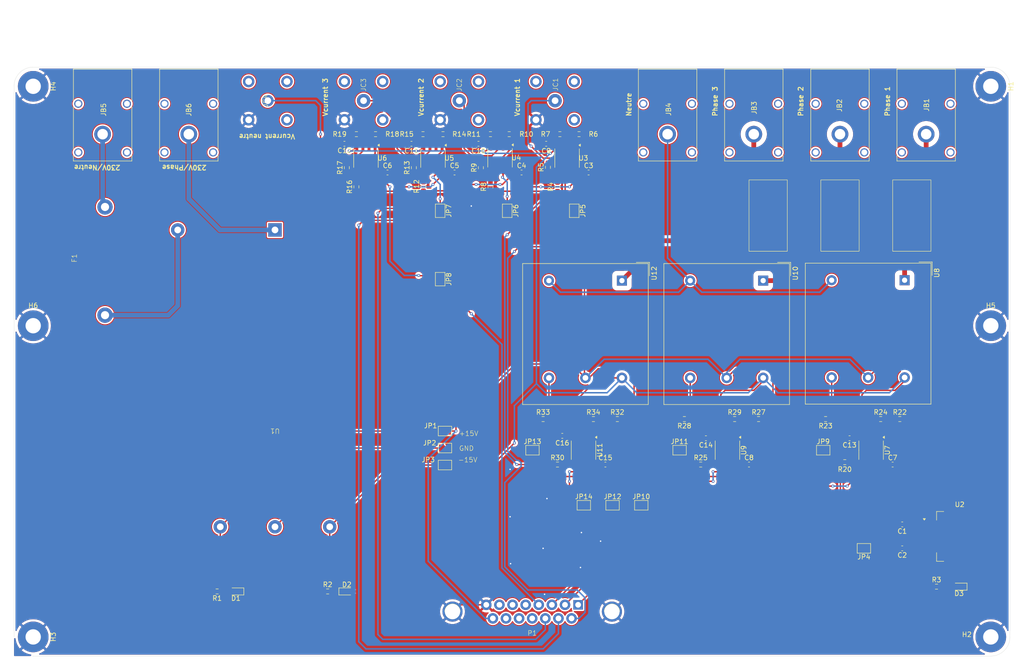
<source format=kicad_pcb>
(kicad_pcb (version 20240108) (generator "pcbnew") (generator_version "8.0")
  (layers (0 "F.Cu" signal) (31 "B.Cu" signal) (34 "B.Paste" user) (35 "F.Paste" user) (36 "B.SilkS" user "B.Silkscreen") (37 "F.SilkS" user "F.Silkscreen") (38 "B.Mask" user) (39 "F.Mask" user) (44 "Edge.Cuts" user))
  (net 0 "")
  (net 1 "+15V")
  (net 2 "GND")
  (net 3 "+3V3")
  (net 4 "-15V")
  (net 5 "Net-(D1-A)")
  (net 6 "Net-(D2-K)")
  (net 7 "Net-(D3-A)")
  (net 8 "Net-(JB5-Pin_1)")
  (net 9 "Net-(U1-AC(L))")
  (net 10 "/Cond_Capt_Tension_Ph1/J_Conn_in")
  (net 11 "/Cond_Capt_Tension_Ph2/J_Conn_in")
  (net 12 "/Cond_Capt_Tension_Ph3/J_Conn_in")
  (net 13 "Neutre")
  (net 14 "Net-(JB6-Pin_1)")
  (net 15 "Net-(JC1-In)")
  (net 16 "Net-(JC2-In)")
  (net 17 "Net-(JC3-In)")
  (net 18 "Net-(JC4-In)")
  (net 19 "Net-(JP1-A)")
  (net 20 "Net-(JP2-A)")
  (net 21 "Net-(JP3-A)")
  (net 22 "Net-(JP4-B)")
  (net 23 "Net-(JP5-A)")
  (net 24 "Vcurrent_ph1")
  (net 25 "Net-(JP6-A)")
  (net 26 "Vcurrent_ph2")
  (net 27 "Net-(JP7-A)")
  (net 28 "Vcurrent_ph3")
  (net 29 "Net-(JP8-A)")
  (net 30 "Vcurrent_neutre")
  (net 31 "Net-(JP9-A)")
  (net 32 "Net-(JP9-B)")
  (net 33 "Vph1")
  (net 34 "Net-(JP10-A)")
  (net 35 "Net-(JP11-A)")
  (net 36 "Net-(JP11-B)")
  (net 37 "Vph2")
  (net 38 "Net-(JP12-A)")
  (net 39 "Net-(JP13-B)")
  (net 40 "Net-(JP13-A)")
  (net 41 "Net-(JP14-A)")
  (net 42 "Vph3")
  (net 49 "Net-(U3B-+)")
  (net 50 "Net-(R5-Pad2)")
  (net 51 "Net-(U3A--)")
  (net 52 "Net-(U4B-+)")
  (net 53 "Net-(R10-Pad1)")
  (net 54 "Net-(U4A--)")
  (net 55 "Net-(U5B-+)")
  (net 56 "Net-(R13-Pad2)")
  (net 57 "Net-(U5A--)")
  (net 58 "Net-(U6B-+)")
  (net 59 "Net-(R17-Pad2)")
  (net 60 "Net-(U6A--)")
  (net 61 "Net-(U7B-+)")
  (net 62 "Net-(U8-HV+)")
  (net 63 "Net-(R22-Pad1)")
  (net 64 "Net-(U7A--)")
  (net 65 "Net-(U9B-+)")
  (net 66 "Net-(U10-HV+)")
  (net 67 "Net-(R27-Pad1)")
  (net 68 "Net-(U9A--)")
  (net 69 "Net-(U11B-+)")
  (net 70 "Net-(U12-HV+)")
  (net 71 "Net-(R32-Pad1)")
  (net 72 "Net-(U11A--)")
  (footprint "Jumper:SolderJumper-2_P1.3mm_Open_TrianglePad1.0x1.5mm" (layer "F.Cu") (at 136 59.64 -90)
    (property "Reference" "JP7")
    (property "Value" "SolderJumper_2_Open")
  )
  (footprint "Capacitor_SMD:C_0603_1608Metric_Pad1.08x0.95mm_HandSolder" (layer "F.Cu") (at 200.5 112.64)
    (property "Reference" "C8")
    (property "Value" "0.1u")
  )
  (footprint "Connector:Banana_Cliff_FCR7350B_S16N-PC_Horizontal" (layer "F.Cu") (at 83.5 43.64 -90)
    (property "Reference" "JB6")
    (property "Value" "Conn_01x01")
  )
  (footprint "Resistor_SMD:R_0603_1608Metric_Pad0.98x0.95mm_HandSolder" (layer "F.Cu") (at 197.5 103.14)
    (property "Reference" "R29")
    (property "Value" "100")
  )
  (footprint "Jumper:SolderJumper-2_P1.3mm_Open_TrianglePad1.0x1.5mm" (layer "F.Cu") (at 166 121.14)
    (property "Reference" "JP14")
    (property "Value" "SolderJumper_2_Open")
  )
  (footprint "LED_SMD:LED_0603_1608Metric_Pad1.05x0.95mm_HandSolder" (layer "F.Cu") (at 116.5 139.14)
    (property "Reference" "D2")
    (property "Value" "LED_Green")
  )
  (footprint "Resistor_SMD:R_0603_1608Metric_Pad0.98x0.95mm_HandSolder" (layer "F.Cu") (at 116.5 50.64 90)
    (property "Reference" "R17")
    (property "Value" "1k")
  )
  (footprint "LED_SMD:LED_0603_1608Metric_Pad1.05x0.95mm_HandSolder" (layer "F.Cu") (at 93.33 139.14 180)
    (property "Reference" "D1")
    (property "Value" "LED_Green")
  )
  (footprint "Connector:Banana_Cliff_FCR7350B_S16N-PC_Horizontal" (layer "F.Cu") (at 219.5 43.64 -90)
    (property "Reference" "JB2")
    (property "Value" "Conn_01x01")
  )
  (footprint "Resistor_SMD:R_0603_1608Metric_Pad0.98x0.95mm_HandSolder" (layer "F.Cu") (at 118.5 43.64 180)
    (property "Reference" "R19")
    (property "Value" "1k")
  )
  (footprint "Package_TO_SOT_SMD:TO-263-3_TabPin2" (layer "F.Cu") (at 244.5 127.64)
    (property "Reference" "U2")
    (property "Value" "LM2937xS")
  )
  (footprint "MountingHole:MountingHole_3.2mm_M3_Pad" (layer "F.Cu") (at 251 148.64 -90)
    (property "Reference" "H2")
    (property "Value" "MountingHole_Pad")
  )
  (footprint "Capacitor_SMD:C_0603_1608Metric_Pad1.08x0.95mm_HandSolder" (layer "F.Cu") (at 232.5 130.14 180)
    (property "Reference" "C2")
    (property "Value" "10u")
  )
  (footprint "MountingHole:MountingHole_3.2mm_M3_Pad" (layer "F.Cu") (at 251 83.64)
    (property "Reference" "H5")
    (property "Value" "MountingHole_Pad")
  )
  (footprint "Resistor_SMD:R_0603_1608Metric_Pad0.98x0.95mm_HandSolder" (layer "F.Cu") (at 112.5 139.14)
    (property "Reference" "R2")
    (property "Value" "7.5k")
  )
  (footprint "Resistor_SMD:R_0603_1608Metric_Pad0.98x0.95mm_HandSolder" (layer "F.Cu") (at 122.5 43.64 180)
    (property "Reference" "R18")
    (property "Value" "8.25k")
  )
  (footprint "Resistor_SMD:R_0603_1608Metric_Pad0.98x0.95mm_HandSolder" (layer "F.Cu") (at 146.5 54.64 90)
    (property "Reference" "R8")
    (property "Value" "1k")
  )
  (footprint "Resistor_SMD:R_0603_1608Metric_Pad0.98x0.95mm_HandSolder" (layer "F.Cu") (at 168 103.14)
    (property "Reference" "R34")
    (property "Value" "100")
  )
  (footprint "Jumper:SolderJumper-2_P1.3mm_Open_TrianglePad1.0x1.5mm" (layer "F.Cu") (at 216 109.64)
    (property "Reference" "JP9")
    (property "Value" "SolderJumper_2_Open")
  )
  (footprint "Resistor_SMD:R_0603_1608Metric_Pad0.98x0.95mm_HandSolder" (layer "F.Cu") (at 132.5 54.5525 90)
    (property "Reference" "R12")
    (property "Value" "1k")
  )
  (footprint "Resistor_SMD:R_0603_1608Metric_Pad0.98x0.95mm_HandSolder" (layer "F.Cu") (at 157.5 103.14)
    (property "Reference" "R33")
    (property "Value" "100")
  )
  (footprint "Library.pretty_Porte_Fusible:Porte_Fusible_PC1E" (layer "F.Cu") (at 66 70.14 90)
    (property "Reference" "F1")
    (property "Value" "Fuse")
  )
  (footprint "Library.pretty_Dsub_15_Female:Dsub_15_Female_E" (layer "F.Cu") (at 155.22 143.3525)
    (property "Reference" "P1")
    (property "Value" "DA15_Receptacle_MountingHoles")
  )
  (footprint "Resistor_SMD:R_0603_1608Metric_Pad0.98x0.95mm_HandSolder" (layer "F.Cu") (at 130.5 50.64 90)
    (property "Reference" "R13")
    (property "Value" "1k")
  )
  (footprint "Jumper:SolderJumper-2_P1.3mm_Open_TrianglePad1.0x1.5mm" (layer "F.Cu") (at 224.5 130.14 180)
    (property "Reference" "JP4")
    (property "Value" "SolderJumper_2_Open")
  )
  (footprint "Jumper:SolderJumper-2_P1.3mm_Open_TrianglePad1.0x1.5mm" (layer "F.Cu") (at 164 59.64 -90)
    (property "Reference" "JP5")
    (property "Value" "SolderJumper_2_Open")
  )
  (footprint "Resistor_SMD:R_0603_1608Metric_Pad0.98x0.95mm_HandSolder" (layer "F.Cu") (at 160.5 54.64 90)
    (property "Reference" "R4")
    (property "Value" "1k")
  )
  (footprint "Capacitor_SMD:C_0603_1608Metric_Pad1.08x0.95mm_HandSolder" (layer "F.Cu") (at 158.1375 45.64 180)
    (property "Reference" "C9")
    (property "Value" "0.1u")
  )
  (footprint "Sensor_Voltage:LEM_LV25-P" (layer "F.Cu") (at 233 74.14 -90)
    (property "Reference" "U8")
    (property "Value" "LV25-P")
  )
  (footprint "Resistor_SMD:R_0603_1608Metric_Pad0.98x0.95mm_HandSolder" (layer "F.Cu") (at 136.5875 43.64 180)
    (property "Reference" "R14")
    (property "Value" "8.25k")
  )
  (footprint "Resistor_SMD:R_0603_1608Metric_Pad0.98x0.95mm_HandSolder" (layer "F.Cu") (at 150.4125 43.64 180)
    (property "Reference" "R10")
    (property "Value" "8.25k")
  )
  (footprint "MountingHole:MountingHole_3.2mm_M3_Pad" (layer "F.Cu") (at 51 33.64 -90)
    (property "Reference" "H4")
    (property "Value" "MountingHole_Pad")
  )
  (footprint "Package_SO:SOIC-8_3.9x4.9mm_P1.27mm" (layer "F.Cu") (at 148.5 48.575 -90)
    (property "Reference" "U4")
    (property "Value" "OP275")
  )
  (footprint "Jumper:SolderJumper-2_P1.3mm_Open_TrianglePad1.0x1.5mm" (layer "F.Cu") (at 136 73.915 -90)
    (property "Reference" "JP8")
    (property "Value" "SolderJumper_2_Open")
  )
  (footprint "Jumper:SolderJumper-2_P1.3mm_Open_TrianglePad1.0x1.5mm" (layer "F.Cu") (at 150 59.64 -90)
    (property "Reference" "JP6")
    (property "Value" "SolderJumper_2_Open")
  )
  (footprint "Jumper:SolderJumper-2_P1.3mm_Open_TrianglePad1.0x1.5mm" (layer "F.Cu") (at 186 109.64)
    (property "Reference" "JP11")
    (property "Value" "SolderJumper_2_Open")
  )
  (footprint "Resistor_SMD:R_0603_1608Metric_Pad0.98x0.95mm_HandSolder" (layer "F.Cu") (at 146.5 43.64 180)
    (property "Reference" "R11")
    (property "Value" "1k")
  )
  (footprint "Library.pretty_Conn_Coax1:Conn_CoaxE" (layer "F.Cu") (at 140 36.64 90)
    (property "Reference" "JC2")
    (property "Value" "Conn_Coaxial")
  )
  (footprint "Resistor_SMD:R_0603_1608Metric_Pad0.98x0.95mm_HandSolder" (layer "F.Cu") (at 216.5 103.14 180)
    (property "Reference" "R23")
    (property "Value" "100")
  )
  (footprint "Package_SO:SOIC-8_3.9x4.9mm_P1.27mm" (layer "F.Cu") (at 120.5 48.64 -90)
    (property "Reference" "U6")
    (property "Value" "OP275")
  )
  (footprint "Resistor_SMD:R_0603_1608Metric_Pad0.98x0.95mm_HandSolder" (layer "F.Cu") (at 160.5 112.64)
    (property "Reference" "R30")
    (property "Value" "1k")
  )
  (footprint "Resistor_SMD:R_0603_1608Metric_Pad0.98x0.95mm_HandSolder" (layer "F.Cu") (at 144.5 50.64 90)
    (property "Reference" "R9")
    (property "Value" "1k")
  )
  (footprint "Capacitor_SMD:C_0603_1608Metric_Pad1.08x0.95mm_HandSolder" (layer "F.Cu") (at 167 51.64)
    (property "Reference" "C3")
    (property "Value" "0.1u")
  )
  (footprint "Resistor_SMD:R_0603_1608Metric_Pad0.98x0.95mm_HandSolder" (layer "F.Cu") (at 161 43.64 180)
    (property "Reference" "R7")
    (property "Value" "1k")
  )
  (footprint "Resistor_SMD:R_0603_1608Metric_Pad0.98x0.95mm_HandSolder" (layer "F.Cu") (at 165 43.64 180)
    (property "Reference" "R6")
    (property "Value" "8.25k")
  )
  (footprint "Capacitor_SMD:C_0603_1608Metric_Pad1.08x0.95mm_HandSolder" (layer "F.Cu") (at 191.5 107.14 180)
    (property "Reference" "C14")
    (property "Value" "0.1u")
  )
  (footprint "Jumper:SolderJumper-2_P1.3mm_Open_TrianglePad1.0x1.5mm" (layer "F.Cu") (at 155.275 109.64)
    (property "Reference" "JP13")
    (property "Value" "SolderJumper_2_Open")
  )
  (footprint "Library.pretty_R_4527_M11470:R_4527_M11470E" (layer "F.Cu") (at 219.5 60.64 90)
    (property "Reference" "R26" (hide yes))
    (property "Value" "25k")
  )
  (footprint "MountingHole:MountingHole_3.2mm_M3_Pad" (layer "F.Cu") (at 251 33.64 -90)
    (property "Reference" "H1")
    (property "Value" "MountingHole_Pad")
  )
  (footprint "Capacitor_SMD:C_0603_1608Metric_Pad1.08x0.95mm_HandSolder" (layer "F.Cu") (at 116 45.64 180)
    (property "Reference" "C12")
    (property "Value" "0.1u")
  )
  (footprint "Jumper:SolderJumper-2_P1.3mm_Open_TrianglePad1.0x1.5mm" (layer "F.Cu") (at 137 109.19)
    (property "Reference" "JP2")
    (property "Value" "SolderJumper_2_Open")
  )
  (footprint "Capacitor_SMD:C_0603_1608Metric_Pad1.08x0.95mm_HandSolder" (layer "F.Cu") (at 139 51.64)
    (property "Reference" "C5")
    (property "Value" "0.1u")
  )
  (footprint "Connector:Banana_Cliff_FCR7350B_S16N-PC_Horizontal" (layer "F.Cu") (at 183.5 43.64 -90)
    (property "Reference" "JB4")
    (property "Value" "Conn_01x01")
  )
  (footprint "Capacitor_SMD:C_0603_1608Metric_Pad1.08x0.95mm_HandSolder" (layer "F.Cu") (at 125 51.64)
    (property "Reference" "C6")
    (property "Value" "0.1u")
  )
  (footprint "Resistor_SMD:R_0603_1608Metric_Pad0.98x0.95mm_HandSolder" (layer "F.Cu") (at 89.4125 139.14 180)
    (property "Reference" "R1")
    (property "Value" "7.5k")
  )
  (footprint "Capacitor_SMD:C_0603_1608Metric_Pad1.08x0.95mm_HandSolder" (layer "F.Cu") (at 161.5 106.64)
    (property "Reference" "C16")
    (property "Value" "0.1u")
  )
  (footprint "Jumper:SolderJumper-2_P1.3mm_Open_TrianglePad1.0x1.5mm" (layer "F.Cu") (at 178 121.14)
    (property "Reference" "JP10")
    (property "Value" "SolderJumper_2_Open")
  )
  (footprint "Connector:Banana_Cliff_FCR7350B_S16N-PC_Horizontal" (layer "F.Cu") (at 201.5 43.64 -90)
    (property "Reference" "JB3")
    (property "Value" "Conn_01x01")
  )
  (footprint "Capacitor_SMD:C_0603_1608Metric_Pad1.08x0.95mm_HandSolder" (layer "F.Cu") (at 232.5 125.14 180)
    (property "Reference" "C1")
    (property "Value" "0.1u")
  )
  (footprint "Capacitor_SMD:C_0603_1608Metric_Pad1.08x0.95mm_HandSolder" (layer "F.Cu") (at 230.5 112.64)
    (property "Reference" "C7")
    (property "Value" "0.1u")
  )
  (footprint "Sensor_Voltage:LEM_LV25-P" (layer "F.Cu") (at 173.9575 74.2225 -90)
    (property "Reference" "U12")
    (property "Value" "LV25-P")
  )
  (footprint "Capacitor_SMD:C_0603_1608Metric_Pad1.08x0.95mm_HandSolder" (layer "F.Cu") (at 170.5 112.64)
    (property "Reference" "C15")
    (property "Value" "0.1u")
  )
  (footprint "Library.pretty_Conn_Coax1:Conn_CoaxE" (layer "F.Cu") (at 160 36.64 90)
    (property "Reference" "JC1")
    (property "Value" "Conn_Coaxial")
  )
  (footprint "Capacitor_SMD:C_0603_1608Metric_Pad1.08x0.95mm_HandSolder" (layer "F.Cu") (at 130 45.64 180)
    (property "Reference" "C11")
    (property "Value" "0.1u")
  )
  (footprint "Sensor_Voltage:LEM_LV25-P" (layer "F.Cu") (at 203.4575 74.2225 -90)
    (property "Reference" "U10")
    (property "Value" "LV25-P")
  )
  (footprint "Capacitor_SMD:C_0603_1608Metric_Pad1.08x0.95mm_HandSolder" (layer "F.Cu") (at 144 45.64 180)
    (property "Reference" "C10")
    (property "Value" "0.1u")
  )
  (footprint "Resistor_SMD:R_0603_1608Metric_Pad0.98x0.95mm_HandSolder" (layer "F.Cu") (at 132.4125 43.64 180)
    (property "Reference" "R15")
    (property "Value" "1k")
  )
  (footprint "Package_SO:SOIC-8_3.9x4.9mm_P1.27mm" (layer "F.Cu") (at 226 109.64 -90)
    (property "Reference" "U7")
    (property "Value" "OP275")
  )
  (footprint "Package_SO:SOIC-8_3.9x4.9mm_P1.27mm" (layer "F.Cu") (at 196 109.64 -90)
    (property "Reference" "U9")
    (property "Value" "OP275")
  )
  (footprint "Resistor_SMD:R_0603_1608Metric_Pad0.98x0.95mm_HandSolder" (layer "F.Cu") (at 239.6625 138.14)
    (property "Reference" "R3")
    (property "Value" "1k")
  )
  (footprint "Resistor_SMD:R_0603_1608Metric_Pad0.98x0.95mm_HandSolder" (layer "F.Cu") (at 232 103.14)
    (property "Reference" "R22")
    (property "Value" "1k")
  )
  (footprint "Library.pretty_Conn_Coax1:Conn_CoaxE" (layer "F.Cu") (at 100 36.64 90)
    (property "Reference" "JC4")
    (property "Value" "Conn_Coaxial")
  )
  (footprint "Resistor_SMD:R_0603_1608Metric_Pad0.98x0.95mm_HandSolder" (layer "F.Cu") (at 202.5 103.14)
    (property "Reference" "R27")
    (property "Value" "1k")
  )
  (footprint "LED_SMD:LED_0603_1608Metric_Pad1.05x0.95mm_HandSolder" (layer "F.Cu") (at 244.375 138.14 180)
    (property "Reference" "D3")
    (property "Value" "LED_Orange")
  )
  (footprint "Capacitor_SMD:C_0603_1608Metric_Pad1.08x0.95mm_HandSolder" (layer "F.Cu") (at 153 51.64)
    (property "Reference" "C4")
    (property "Value" "0.1u")
  )
  (footprint "Library.pretty_Conn_Coax1:Conn_CoaxE" (layer "F.Cu") (at 120 36.64 90)
    (property "Reference" "JC3")
    (property "Value" "Conn_Coaxial")
  )
  (footprint "Library.pretty_R_4527_M11470:R_4527_M11470E" (layer "F.Cu") (at 234.5 60.64 90)
    (property "Reference" "R21" (hide yes))
    (property "Value" "25k")
  )
  (footprint "Resistor_SMD:R_0603_1608Metric_Pad0.98x0.95mm_HandSolder" (layer "F.Cu") (at 158.5 50.5525 90)
    (property "Reference" "R5")
    (property "Value" "1k")
  )
  (footprint "Package_SO:SOIC-8_3.9x4.9mm_P1.27mm" (layer "F.Cu") (at 165.935 109.64 -90)
    (property "Reference" "U11")
    (property "Value" "OP275")
  )
  (footprint "Resistor_SMD:R_0603_1608Metric_Pad0.98x0.95mm_HandSolder" (layer "F.Cu") (at 220.5 112.14)
    (property "Reference" "R20")
    (property "Value" "1k")
  )
  (footprint "Resistor_SMD:R_0603_1608Metric_Pad0.98x0.95mm_HandSolder" (layer "F.Cu") (at 118.5 54.64 90)
    (property "Reference" "R16")
    (property "Value" "1k")
  )
  (footprint "MountingHole:MountingHole_3.2mm_M3_Pad" (layer "F.Cu") (at 51 83.64)
    (property "Reference" "H6")
    (property "Value" "MountingHole_Pad")
  )
  (footprint "Connector:Banana_Cliff_FCR7350B_S16N-PC_Horizontal" (layer "F.Cu") (at 65.5 43.64 -90)
    (property "Reference" "JB5")
    (property "Value" "Conn_01x01")
  )
  (footprint "Resistor_SMD:R_0603_1608Metric_Pad0.98x0.95mm_HandSolder" (layer "F.Cu") (at 187 103.14 180)
    (property "Reference" "R28")
    (property "Value" "100")
  )
  (footprint "Resistor_SMD:R_0603_1608Metric_Pad0.98x0.95mm_HandSolder" (layer "F.Cu") (at 173 103.14)
    (property "Reference" "R32")
    (property "Value" "1k")
  )
  (footprint "Jumper:SolderJumper-2_P1.3mm_Open_TrianglePad1.0x1.5mm" (layer "F.Cu") (at 137 105.64)
    (property "Reference" "JP1")
    (property "Value" "SolderJumper_2_Open")
  )
  (footprint "Package_SO:SOIC-8_3.9x4.9mm_P1.27mm" (layer "F.Cu") (at 134.5 48.64 -90)
    (property "Reference" "U5")
    (property "Value" "OP275")
  )
  (footprint "Resistor_SMD:R_0603_1608Metric_Pad0.98x0.95mm_HandSolder" (layer "F.Cu") (at 228 103.14)
    (property "Reference" "R24")
    (property "Value" "100")
  )
  (footprint "MountingHole:MountingHole_3.2mm_M3_Pad" (layer "F.Cu") (at 51 148.64 -90)
    (property "Reference" "H3")
    (property "Value" "MountingHole_Pad")
  )
  (footprint "Resistor_SMD:R_0603_1608Metric_Pad0.98x0.95mm_HandSolder" (layer "F.Cu") (at 190.4125 112.64)
    (property "Reference" "R25")
    (property "Value" "1k")
  )
  (footprint "Library.pretty_Traco_TMP15215:TMP-15-215E" (layer "F.Cu") (at 101.5 63.64 180)
    (property "Reference" "U1")
    (property "Value" "TMP-15-215" (hide yes))
  )
  (footprint "Jumper:SolderJumper-2_P1.3mm_Open_TrianglePad1.0x1.5mm" (layer "F.Cu") (at 172 121.14)
    (property "Reference" "JP12")
    (property "Value" "SolderJumper_2_Open")
  )
  (footprint "Jumper:SolderJumper-2_P1.3mm_Open_TrianglePad1.0x1.5mm" (layer "F.Cu") (at 137 112.74)
    (property "Reference" "JP3")
    (property "Value" "SolderJumper_2_Open")
  )
  (footprint "Connector:Banana_Cliff_FCR7350B_S16N-PC_Horizontal" (layer "F.Cu") (at 237.5 43.64 -90)
    (property "Reference" "JB1")
    (property "Value" "Conn_01x01")
  )
  (footprint "Package_SO:SOIC-8_3.9x4.9mm_P1.27mm" (layer "F.Cu") (at 162.5 48.64 -90)
    (property "Reference" "U3")
    (property "Value" "OP275")
  )
  (footprint "Capacitor_SMD:C_0603_1608Metric_Pad1.08x0.95mm_HandSolder" (layer "F.Cu") (at 221.5 107.14 180)
    (property "Reference" "C13")
    (property "Value" "0.1u")
  )
  (footprint "Library.pretty_R_4527_M11470:R_4527_M11470E" (layer "F.Cu") (at 204.5 60.64 90)
    (property "Reference" "R31" (hide yes))
    (property "Value" "25k")
  )
  (gr_line (start 251 29.64) (end 50.828427 29.64) (stroke (width 0.05)) (layer "Edge.Cuts"))
  (gr_line (start 255 33.64) (end 255 148.64) (stroke (width 0.05)) (layer "Edge.Cuts"))
  (gr_arc (start 251 29.64) (mid 253.828427 30.811573) (end 255 33.64) (stroke (width 0.05)) (layer "Edge.Cuts"))
  (gr_line (start 251.000636 152.64) (end 50.828427 152.64) (stroke (width 0.05)) (layer "Edge.Cuts"))
  (gr_line (start 47 33.64) (end 47 148.64) (stroke (width 0.05)) (layer "Edge.Cuts"))
  (gr_arc (start 46.996323 33.64) (mid 48.108949 30.870297) (end 50.828427 29.640001) (stroke (width 0.05)) (layer "Edge.Cuts"))
  (gr_arc (start 255 148.64) (mid 253.828652 151.468203) (end 251.000636 152.64) (stroke (width 0.05)) (layer "Edge.Cuts"))
  (gr_text "Phase 3" (at 194 40 90) (layer "F.SilkS") (effects (font (size 1 1) (thickness 0.2) (bold yes)) (justify left bottom)))
  (gr_text "Phase 2" (at 211.9 40 90) (layer "F.SilkS") (effects (font (size 1 1) (thickness 0.2) (bold yes)) (justify left bottom)))
  (gr_text "-15V" (at 139.7 112.24 0) (layer "F.SilkS") (effects (font (size 1 1) (thickness 0.1)) (justify left bottom)))
  (gr_text "GND" (at 139.9 109.84 0) (layer "F.SilkS") (effects (font (size 1 1) (thickness 0.1)) (justify left bottom)))
  (gr_text "230V/Phase" (at 87.3 50 180) (layer "F.SilkS") (effects (font (size 1 1) (thickness 0.2) (bold yes)) (justify left bottom)))
  (gr_text "Vcurrent neutre" (at 105.8 43.54 180) (layer "F.SilkS") (effects (font (size 1 1) (thickness 0.2) (bold yes)) (justify left bottom)))
  (gr_text "Vcurrent 3" (at 112.6 40 90) (layer "F.SilkS") (effects (font (size 1 1) (thickness 0.2) (bold yes)) (justify left bottom)))
  (gr_text "+15V" (at 139.9 106.74 0) (layer "F.SilkS") (effects (font (size 1 1) (thickness 0.1)) (justify left bottom)))
  (gr_text "Vcurrent 1" (at 152.7 40 90) (layer "F.SilkS") (effects (font (size 1 1) (thickness 0.2) (bold yes)) (justify left bottom)))
  (gr_text "Vcurrent 2" (at 132.6 40 90) (layer "F.SilkS") (effects (font (size 1 1) (thickness 0.2) (bold yes)) (justify left bottom)))
  (gr_text "Neutre\n" (at 176 40 90) (layer "F.SilkS") (effects (font (size 1 1) (thickness 0.2) (bold yes)) (justify left bottom)))
  (gr_text "230V/Neutre" (at 69.3 50 180) (layer "F.SilkS") (effects (font (size 1 1) (thickness 0.2) (bold yes)) (justify left bottom)))
  (gr_text "Phase 1" (at 230 40 90) (layer "F.SilkS") (effects (font (size 1 1) (thickness 0.2) (bold yes)) (justify left bottom)))
  (segment (start 151.5 51.64) (end 152.1375 51.64) (width 0.3) (layer "F.Cu") (net 1))
  (segment (start 124.1375 51.64) (end 127.1375 54.64) (width 0.3) (layer "F.Cu") (net 1))
  (segment (start 151.725 91.64) (end 163.435 91.64) (width 0.3) (layer "F.Cu") (net 1))
  (segment (start 229.6375 112.64) (end 228.43 112.64) (width 0.3) (layer "F.Cu") (net 1))
  (segment (start 127.1375 54.64) (end 129.5 54.64) (width 0.3) (layer "F.Cu") (net 1))
  (segment (start 138.1375 51.64) (end 136.93 51.64) (width 0.3) (layer "F.Cu") (net 1))
  (segment (start 236.81 125.14) (end 236.85 125.1) (width 0.3) (layer "F.Cu") (net 1))
  (segment (start 153 54.64) (end 157 54.64) (width 0.3) (layer "F.Cu") (net 1))
  (segment (start 229.6375 112.64) (end 233.3625 116.365) (width 0.3) (layer "F.Cu") (net 1))
  (segment (start 136.405 52.235) (end 136.405 51.115) (width 0.3) (layer "F.Cu") (net 1))
  (segment (start 168.365 112.64) (end 167.84 112.115) (width 0.3) (layer "F.Cu") (net 1))
  (segment (start 152.1375 51.64) (end 150.995 51.64) (width 0.3) (layer "F.Cu") (net 1))
  (segment (start 139.3 105.64) (end 137.729903 105.64) (width 0.3) (layer "F.Cu") (net 1))
  (segment (start 152.1375 51.64) (end 152.1375 54.2775) (width 0.3) (layer "F.Cu") (net 1))
  (segment (start 139.3 105.64) (end 139.3 104.065) (width 0.3) (layer "F.Cu") (net 1))
  (segment (start 136.93 51.64) (end 136.405 51.115) (width 0.3) (layer "F.Cu") (net 1))
  (segment (start 136.405 51.115) (end 139.43 54.14) (width 0.3) (layer "F.Cu") (net 1))
  (segment (start 227.2 92.64) (end 234.5 92.64) (width 0.3) (layer "F.Cu") (net 1))
  (segment (start 169.6375 112.64) (end 168.365 112.64) (width 0.3) (layer "F.Cu") (net 1))
  (segment (start 166.3375 94.5425) (end 166.435 94.64) (width 0.3) (layer "F.Cu") (net 1))
  (segment (start 235 105.64) (end 228.525 112.115) (width 0.3) (layer "F.Cu") (net 1))
  (segment (start 225.38 94.46) (end 227.2 92.64) (width 0.3) (layer "F.Cu") (net 1))
  (segment (start 166.1375 51.64) (end 164.93 51.64) (width 0.3) (layer "F.Cu") (net 1))
  (segment (start 175.1475 92.64) (end 176.5 93.9925) (width 0.3) (layer "F.Cu") (net 1))
  (segment (start 166.435 94.64) (end 167 94.64) (width 0.3) (layer "F.Cu") (net 1))
  (segment (start 199.6375 112.64) (end 198.43 112.64) (width 0.3) (layer "F.Cu") (net 1))
  (segment (start 139.3 104.065) (end 151.725 91.64) (width 0.3) (layer "F.Cu") (net 1))
  (segment (start 122.93 51.64) (end 122.405 51.115) (width 0.3) (layer "F.Cu") (net 1))
  (segment (start 233.3625 116.365) (end 233.3625 125.14) (width 0.3) (layer "F.Cu") (net 1))
  (segment (start 163.435 91.64) (end 166.3375 94.5425) (width 0.3) (layer "F.Cu") (net 1))
  (segment (start 167 94.64) (end 169 92.64) (width 0.3) (layer "F.Cu") (net 1))
  (segment (start 124.1375 51.64) (end 122.93 51.64) (width 0.3) (layer "F.Cu") (net 1))
  (segment (start 204.6475 92.64) (end 205.5 93.4925) (width 0.3) (layer "F.Cu") (net 1))
  (segment (start 228.525 112.115) (end 227.905 112.115) (width 0.3) (layer "F.Cu") (net 1))
  (segment (start 176.5 103.455) (end 167.84 112.115) (width 0.3) (layer "F.Cu") (net 1))
  (segment (start 169 92.64) (end 175.1475 92.64) (width 0.3) (layer "F.Cu") (net 1))
  (segment (start 164.93 51.64) (end 164.405 51.115) (width 0.3) (layer "F.Cu") (net 1))
  (segment (start 150.995 51.64) (end 150.405 51.05) (width 0.3) (layer "F.Cu") (net 1))
  (segment (start 166.1375 94.3425) (end 166.3375 94.5425) (width 0.3) (layer "F.Cu") (net 1))
  (segment (start 163 54.64) (end 164.405 53.235) (width 0.3) (layer "F.Cu") (net 1))
  (segment (start 166.1375 51.64) (end 166.1375 94.3425) (width 0.3) (layer "F.Cu") (net 1))
  (segment (start 235 93.14) (end 235 105.64) (width 0.3) (layer "F.Cu") (net 1))
  (segment (start 176.5 93.9925) (end 176.5 103.455) (width 0.3) (layer "F.Cu") (net 1))
  (segment (start 205.5 93.4925) (end 205.5 104.52) (width 0.3) (layer "F.Cu") (net 1))
  (segment (start 152.5 54.64) (end 153 54.64) (width 0.3) (layer "F.Cu") (net 1))
  (segment (start 228.43 112.64) (end 227.905 112.115) (width 0.3) (layer "F.Cu") (net 1))
  (segment (start 198.43 112.64) (end 197.905 112.115) (width 0.3) (layer "F.Cu") (net 1))
  (segment (start 149 54.14) (end 151.5 51.64) (width 0.3) (layer "F.Cu") (net 1))
  (segment (start 164.405 53.235) (end 164.405 51.115) (width 0.3) (layer "F.Cu") (net 1))
  (segment (start 234.5 92.64) (end 235 93.14) (width 0.3) (layer "F.Cu") (net 1))
  (segment (start 152.1375 54.2775) (end 152.5 54.64) (width 0.3) (layer "F.Cu") (net 1))
  (segment (start 139.43 54.14) (end 143.5 54.14) (width 0.3) (layer "F.Cu") (net 1))
  (segment (start 233.3625 125.14) (end 236.81 125.14) (width 0.3) (layer "F.Cu") (net 1))
  (segment (start 197.74 92.64) (end 204.6475 92.64) (width 0.3) (layer "F.Cu") (net 1))
  (segment (start 205.5 104.52) (end 197.905 112.115) (width 0.3) (layer "F.Cu") (net 1))
  (segment (start 134.5 54.14) (end 136.405 52.235) (width 0.3) (layer "F.Cu") (net 1))
  (segment (start 195.8375 94.5425) (end 197.74 92.64) (width 0.3) (layer "F.Cu") (net 1))
  (segment (start 148.5 54.14) (end 149 54.14) (width 0.3) (layer "F.Cu") (net 1))
  (via (at 157 54.64) (size 0.6) (drill 0.3) (layers "F.Cu" "B.Cu") (net 1))
  (via (at 139.3 105.64) (size 0.6) (drill 0.3) (layers "F.Cu" "B.Cu") (net 1))
  (via (at 143.5 54.14) (size 0.6) (drill 0.3) (layers "F.Cu" "B.Cu") (net 1))
  (via (at 134.5 54.14) (size 0.6) (drill 0.3) (layers "F.Cu" "B.Cu") (net 1))
  (via (at 129.5 54.64) (size 0.6) (drill 0.3) (layers "F.Cu" "B.Cu") (net 1))
  (via (at 163 54.64) (size 0.6) (drill 0.3) (layers "F.Cu" "B.Cu") (net 1))
  (via (at 148.5 54.14) (size 0.6) (drill 0.3) (layers "F.Cu" "B.Cu") (net 1))
  (segment (start 145.444366 144.7725) (end 147 144.7725) (width 0.3) (layer "B.Cu") (net 1))
  (segment (start 158 54.64) (end 163 54.64) (width 0.3) (layer "B.Cu") (net 1))
  (segment (start 225.38 94.46) (end 221.56 90.64) (width 0.3) (layer "B.Cu") (net 1))
  (segment (start 139.3 105.64) (end 133.5 111.44) (width 0.3) (layer "B.Cu") (net 1))
  (segment (start 133.5 111.44) (end 133.5 132.828134) (width 0.3) (layer "B.Cu") (net 1))
  (segment (start 143.5 54.14) (end 148.5 54.14) (width 0.3) (layer "B.Cu") (net 1))
  (segment (start 198.62 90.64) (end 195.8375 93.4225) (width 0.3) (layer "B.Cu") (net 1))
  (segment (start 133.5 132.828134) (end 145.444366 144.7725) (width 0.3) (layer "B.Cu") (net 1))
  (segment (start 157 54.64) (end 158 54.64) (width 0.3) (layer "B.Cu") (net 1))
  (segment (start 129.5 54.64) (end 134 54.64) (width 0.3) (layer "B.Cu") (net 1))
  (segment (start 170.24 90.64) (end 166.3375 94.5425) (width 0.3) (layer "B.Cu") (net 1))
  (segment (start 191.935 90.64) (end 170.24 90.64) (width 0.3) (layer "B.Cu") (net 1))
  (segment (start 134 54.64) (end 134.5 54.14) (width 0.3) (layer "B.Cu") (net 1))
  (segment (start 195.8375 93.4225) (end 195.8375 94.5425) (width 0.3) (layer "B.Cu") (net 1))
  (segment (start 221.56 90.64) (end 198.62 90.64) (width 0.3) (layer "B.Cu") (net 1))
  (segment (start 195.8375 94.5425) (end 191.935 90.64) (width 0.3) (layer "B.Cu") (net 1))
  (segment (start 138.57 143.3525) (end 143.3575 148.14) (width 0.3) (layer "F.Cu") (net 2))
  (segment (start 139.99 141.9325) (end 138.57 143.3525) (width 0.3) (layer "F.Cu") (net 2))
  (segment (start 143.3575 148.14) (end 167.0825 148.14) (width 0.3) (layer "F.Cu") (net 2))
  (segment (start 145.63 141.9325) (end 139.99 141.9325) (width 0.3) (layer "F.Cu") (net 2))
  (segment (start 167.0825 148.14) (end 171.87 143.3525) (width 0.3) (layer "F.Cu") (net 2))
  (via (at 150.6 123.54) (size 0.6) (drill 0.3) (layers "F.Cu" "B.Cu") (net 2))
  (via (at 165.3 134.14) (size 0.6) (drill 0.3) (layers "F.Cu" "B.Cu") (net 2))
  (via (at 150.7 133.34) (size 0.6) (drill 0.3) (layers "F.Cu" "B.Cu") (net 2))
  (via (at 157.8 139.74) (size 0.6) (drill 0.3) (layers "F.Cu" "B.Cu") (net 2))
  (via (at 165.5 126.84) (size 0.6) (drill 0.3) (layers "F.Cu" "B.Cu") (net 2))
  (via (at 142.5 58.64) (size 0.6) (drill 0.3) (layers "F.Cu" "B.Cu") (net 2))
  (via (at 158.3 119.74) (size 0.6) (drill 0.3) (layers "F.Cu" "B.Cu") (net 2))
  (via (at 157.5 130.14) (size 0.6) (drill 0.3) (layers "F.Cu" "B.Cu") (net 2))
  (via (at 150.6 113.64) (size 0.6) (drill 0.3) (layers "F.Cu" "B.Cu") (net 2))
  (via (at 169.5 128.64) (size 0.6) (drill 0.3) (layers "F.Cu" "B.Cu") (net 2))
  (segment (start 118.5 55.5525) (end 132.4125 55.5525) (width 0.3) (layer "F.Cu") (net 3))
  (segment (start 189.5 112.64) (end 187 115.14) (width 0.3) (layer "F.Cu") (net 3))
  (segment (start 233.3625 130.14) (end 236.81 130.14) (width 0.3) (layer "F.Cu") (net 3))
  (segment (start 233.3625 130.14) (end 232.4375 131.065) (width 0.3) (layer "F.Cu") (net 3))
  (segment (start 146.4125 55.465) (end 146.5 55.5525) (width 0.3) (layer "F.Cu") (net 3))
  (segment (start 160.5 55.5525) (end 159.0875 55.5525) (width 0.3) (layer "F.Cu") (net 3))
  (segment (start 216.5875 115.14) (end 192 115.14) (width 0.3) (layer "F.Cu") (net 3))
  (segment (start 162.0875 115.14) (end 159.5875 112.64) (width 0.3) (layer "F.Cu") (net 3))
  (segment (start 226.15 131.065) (end 225.225 130.14) (width 0.3) (layer "F.Cu") (net 3))
  (segment (start 192 115.14) (end 189.5 112.64) (width 0.3) (layer "F.Cu") (net 3))
  (segment (start 219.5875 123.2275) (end 219.5875 112.14) (width 0.3) (layer "F.Cu") (net 3))
  (segment (start 225.225 128.865) (end 219.5875 123.2275) (width 0.3) (layer "F.Cu") (net 3))
  (segment (start 219.5875 112.14) (end 216.5875 115.14) (width 0.3) (layer "F.Cu") (net 3))
  (segment (start 232.4375 131.065) (end 226.15 131.065) (width 0.3) (layer "F.Cu") (net 3))
  (segment (start 236.81 130.14) (end 236.85 130.18) (width 0.3) (layer "F.Cu") (net 3))
  (segment (start 152 112.64) (end 159.5875 112.64) (width 0.3) (layer "F.Cu") (net 3))
  (segment (start 159.0875 55.5525) (end 150 64.64) (width 0.3) (layer "F.Cu") (net 3))
  (segment (start 187 115.14) (end 162.0875 115.14) (width 0.3) (layer "F.Cu") (net 3))
  (segment (start 146.5 55.5525) (end 160.5 55.5525) (width 0.3) (layer "F.Cu") (net 3))
  (segment (start 225.225 130.14) (end 225.225 128.865) (width 0.3) (layer "F.Cu") (net 3))
  (segment (start 132.4125 55.5525) (end 132.5 55.465) (width 0.3) (layer "F.Cu") (net 3))
  (segment (start 132.5 55.465) (end 146.4125 55.465) (width 0.3) (layer "F.Cu") (net 3))
  (via (at 150 64.64) (size 0.6) (drill 0.3) (layers "F.Cu" "B.Cu") (net 3))
  (via (at 152 112.64) (size 0.6) (drill 0.3) (layers "F.Cu" "B.Cu") (net 3))
  (segment (start 149.5 65.14) (end 149.5 110.14) (width 0.3) (layer "B.Cu") (net 3))
  (segment (start 149.5 110.14) (end 152 112.64) (width 0.3) (layer "B.Cu") (net 3))
  (segment (start 150 64.64) (end 149.5 65.14) (width 0.3) (layer "B.Cu") (net 3))
  (segment (start 130.8625 45.64) (end 132.07 45.64) (width 0.3) (layer "F.Cu") (net 4))
  (segment (start 118.07 45.64) (end 118.595 46.165) (width 0.3) (layer "F.Cu") (net 4))
  (segment (start 163.505 106.64) (end 164.03 107.165) (width 0.3) (layer "F.Cu") (net 4))
  (segment (start 233 95.14) (end 231 97.14) (width 0.3) (layer "F.Cu") (net 4))
  (segment (start 169.0975 94.5425) (end 164.03 99.61) (width 0.3) (layer "F.Cu") (net 4))
  (segment (start 195.5 97.14) (end 194.615 98.025) (width 0.3) (layer "F.Cu") (net 4))
  (segment (start 159 45.64) (end 160.07 45.64) (width 0.3) (layer "F.Cu") (net 4))
  (segment (start 144.8625 45.64) (end 146.135 45.64) (width 0.3) (layer "F.Cu") (net 4))
  (segment (start 146.135 45.64) (end 146.595 46.1) (width 0.3) (layer "F.Cu") (net 4))
  (segment (start 194.615 98.025) (end 194.615 106.645) (width 0.3) (layer "F.Cu") (net 4))
  (segment (start 151.5 108.14) (end 146.9 112.74) (width 0.3) (layer "F.Cu") (net 4))
  (segment (start 224.07 107.14) (end 224.095 107.165) (width 0.3) (layer "F.Cu") (net 4))
  (segment (start 131 47.14) (end 131.62 47.14) (width 0.3) (layer "F.Cu") (net 4))
  (segment (start 164.03 99.61) (end 164.03 107.165) (width 0.3) (layer "F.Cu") (net 4))
  (segment (start 222.3625 107.14) (end 224.07 107.14) (width 0.3) (layer "F.Cu") (net 4))
  (segment (start 224.095 98.045) (end 224.095 107.165) (width 0.3) (layer "F.Cu") (net 4))
  (segment (start 145 45.7775) (end 144.8625 45.64) (width 0.3) (layer "F.Cu") (net 4))
  (segment (start 225 97.14) (end 224.095 98.045) (width 0.3) (layer "F.Cu") (net 4))
  (segment (start 231 97.14) (end 225 97.14) (width 0.3) (layer "F.Cu") (net 4))
  (segment (start 233 94.46) (end 233 95.14) (width 0.3) (layer "F.Cu") (net 4))
  (segment (start 194.615 106.645) (end 194.095 107.165) (width 0.3) (layer "F.Cu") (net 4))
  (segment (start 160.07 45.64) (end 160.595 46.165) (width 0.3) (layer "F.Cu") (net 4))
  (segment (start 117.62 47.14) (end 118.595 46.165) (width 0.3) (layer "F.Cu") (net 4))
  (segment (start 132.07 45.64) (end 132.595 46.165) (width 0.3) (layer "F.Cu") (net 4))
  (segment (start 131.62 47.14) (end 132.595 46.165) (width 0.3) (layer "F.Cu") (net 4))
  (segment (start 194.07 107.14) (end 194.095 107.165) (width 0.3) (layer "F.Cu") (net 4))
  (segment (start 203.4575 95.1825) (end 201.5 97.14) (width 0.3) (layer "F.Cu") (net 4))
  (segment (start 116.8625 45.64) (end 118.07 45.64) (width 0.3) (layer "F.Cu") (net 4))
  (segment (start 117 47.14) (end 117.62 47.14) (width 0.3) (layer "F.Cu") (net 4))
  (segment (start 192.3625 107.14) (end 194.07 107.14) (width 0.3) (layer "F.Cu") (net 4))
  (segment (start 145 47.14) (end 145.555 47.14) (width 0.3) (layer "F.Cu") (net 4))
  (segment (start 201.5 97.14) (end 195.5 97.14) (width 0.3) (layer "F.Cu") (net 4))
  (segment (start 159.12 47.64) (end 160.595 46.165) (width 0.3) (layer "F.Cu") (net 4))
  (segment (start 203.4575 94.5425) (end 203.4575 95.1825) (width 0.3) (layer "F.Cu") (net 4))
  (segment (start 146.9 112.74) (end 137.729903 112.74) (width 0.3) (layer "F.Cu") (net 4))
  (segment (start 173.9575 94.5425) (end 169.0975 94.5425) (width 0.3) (layer "F.Cu") (net 4))
  (segment (start 145.555 47.14) (end 146.595 46.1) (width 0.3) (layer "F.Cu") (net 4))
  (segment (start 162.3625 106.64) (end 163.505 106.64) (width 0.3) (layer "F.Cu") (net 4))
  (segment (start 159 47.64) (end 159.12 47.64) (width 0.3) (layer "F.Cu") (net 4))
  (via (at 151.5 108.14) (size 0.6) (drill 0.3) (layers "F.Cu" "B.Cu") (net 4))
  (via (at 145 47.14) (size 0.6) (drill 0.3) (layers "F.Cu" "B.Cu") (net 4))
  (via (at 159 47.64) (size 0.6) (drill 0.3) (layers "F.Cu" "B.Cu") (net 4))
  (via (at 131 47.14) (size 0.6) (drill 0.3) (layers "F.Cu" "B.Cu") (net 4))
  (via (at 117 47.14) (size 0.6) (drill 0.3) (layers "F.Cu" "B.Cu") (net 4))
  (segment (start 158 97.64) (end 170.86 97.64) (width 0.3) (layer "B.Cu") (net 4))
  (segment (start 156.1 95.74) (end 158 97.64) (width 0.3) (layer "B.Cu") (net 4))
  (segment (start 145.5 47.64) (end 145 47.14) (width 0.3) (layer "B.Cu") (net 4))
  (segment (start 203.4575 94.5425) (end 206.555 97.64) (width 0.3) (layer "B.Cu") (net 4))
  (segment (start 177.055 97.64) (end 200.36 97.64) (width 0.3) (layer "B.Cu") (net 4))
  (segment (start 156.1 50.54) (end 156.1 95.74) (width 0.3) (layer "B.Cu") (net 4))
  (segment (start 130 47.14) (end 117 47.14) (width 0.3) (layer "B.Cu") (net 4))
  (segment (start 151.5 100.34) (end 151.5 108.14) (width 0.3) (layer "B.Cu") (net 4))
  (segment (start 159 47.64) (end 145.5 47.64) (width 0.3) (layer "B.Cu") (net 4))
  (segment (start 200.36 97.64) (end 203.4575 94.5425) (width 0.3) (layer "B.Cu") (net 4))
  (segment (start 145 47.14) (end 131 47.14) (width 0.3) (layer "B.Cu") (net 4))
  (segment (start 173.9575 94.5425) (end 177.055 97.64) (width 0.3) (layer "B.Cu") (net 4))
  (segment (start 159 47.64) (end 156.1 50.54) (width 0.3) (layer "B.Cu") (net 4))
  (segment (start 206.555 97.64) (end 229.82 97.64) (width 0.3) (layer "B.Cu") (net 4))
  (segment (start 170.86 97.64) (end 173.9575 94.5425) (width 0.3) (layer "B.Cu") (net 4))
  (segment (start 156.1 95.74) (end 151.5 100.34) (width 0.3) (layer "B.Cu") (net 4))
  (segment (start 131 47.14) (end 130 47.14) (width 0.3) (layer "B.Cu") (net 4))
  (segment (start 229.82 97.64) (end 233 94.46) (width 0.3) (layer "B.Cu") (net 4))
  (segment (start 90.325 139.14) (end 92.455 139.14) (width 0.3) (layer "F.Cu") (net 5))
  (segment (start 113.4125 139.14) (end 115.625 139.14) (width 0.3) (layer "F.Cu") (net 6))
  (segment (start 240.575 138.14) (end 243.5 138.14) (width 0.3) (layer "F.Cu") (net 7))
  (segment (start 65.5 43.64) (end 65.5 58.34) (width 1) (layer "B.Cu") (net 8))
  (segment (start 65.5 58.34) (end 66 58.84) (width 0.3) (layer "B.Cu") (net 8))
  (segment (start 81.18 63.64) (end 81.18 79.46) (width 1) (layer "B.Cu") (net 9))
  (segment (start 81.18 79.46) (end 79.2 81.44) (width 1) (layer "B.Cu") (net 9))
  (segment (start 79.2 81.44) (end 66 81.44) (width 1) (layer "B.Cu") (net 9))
  (segment (start 237.5 43.64) (end 237.5 52.39) (width 1) (layer "F.Cu") (net 10))
  (segment (start 237.5 52.39) (end 234.5 55.39) (width 1) (layer "F.Cu") (net 10))
  (segment (start 219.5 43.64) (end 219.5 55.39) (width 1) (layer "F.Cu") (net 11))
  (segment (start 201.5 43.64) (end 201.5 52.39) (width 1) (layer "F.Cu") (net 12))
  (segment (start 201.5 52.39) (end 204.5 55.39) (width 1) (layer "F.Cu") (net 12))
  (segment (start 201.5 43.64) (end 202 44.14) (width 0.3) (layer "B.Cu") (net 12))
  (segment (start 190.635 76.64) (end 188.2175 74.2225) (width 0.3) (layer "B.Cu") (net 13))
  (segment (start 161.135 76.64) (end 158.7175 74.2225) (width 0.3) (layer "B.Cu") (net 13))
  (segment (start 183.5 69.505) (end 188.2175 74.2225) (width 0.3) (layer "B.Cu") (net 13))
  (segment (start 215.26 76.64) (end 190.635 76.64) (width 0.3) (layer "B.Cu") (net 13))
  (segment (start 188.2175 74.2225) (end 185.8 76.64) (width 0.3) (layer "B.Cu") (net 13))
  (segment (start 183.5 43.64) (end 183.5 69.505) (width 0.3) (layer "B.Cu") (net 13))
  (segment (start 185.8 76.64) (end 161.135 76.64) (width 0.3) (layer "B.Cu") (net 13))
  (segment (start 217.76 74.14) (end 215.26 76.64) (width 0.3) (layer "B.Cu") (net 13))
  (segment (start 83.5 43.64) (end 83.5 44.14) (width 0.3) (layer "F.Cu") (net 14))
  (segment (start 90 63.64) (end 83.5 57.14) (width 1) (layer "B.Cu") (net 14))
  (segment (start 101.5 63.64) (end 90 63.64) (width 1) (layer "B.Cu") (net 14))
  (segment (start 83.5 57.14) (end 83.5 43.64) (width 1) (layer "B.Cu") (net 14))
  (segment (start 160.364999 48.64) (end 157.5 48.64) (width 0.3) (layer "F.Cu") (net 15))
  (segment (start 155.5 46.64) (end 155 46.14) (width 0.3) (layer "F.Cu") (net 15))
  (segment (start 161.865 47.139999) (end 160.364999 48.64) (width 0.3) (layer "F.Cu") (net 15))
  (segment (start 157.5 48.64) (end 155.5 46.64) (width 0.3) (layer "F.Cu") (net 15))
  (segment (start 161.865 46.165) (end 161.865 47.139999) (width 0.3) (layer "F.Cu") (net 15))
  (via (at 155 46.14) (size 0.6) (drill 0.3) (layers "F.Cu" "B.Cu") (net 15))
  (segment (start 155 36.64) (end 160 36.64) (width 0.3) (layer "B.Cu") (net 15))
  (segment (start 155 46.14) (end 154.35 45.49) (width 0.3) (layer "B.Cu") (net 15))
  (segment (start 154.35 37.29) (end 155 36.64) (width 0.3) (layer "B.Cu") (net 15))
  (segment (start 154.35 45.49) (end 154.35 37.29) (width 0.3) (layer "B.Cu") (net 15))
  (segment (start 141 46.64) (end 141 37.64) (width 0.3) (layer "F.Cu") (net 16))
  (segment (start 147.865 47.074999) (end 147.865 46.1) (width 0.3) (layer "F.Cu") (net 16))
  (segment (start 142.5 48.14) (end 146.799999 48.14) (width 0.3) (layer "F.Cu") (net 16))
  (segment (start 146.799999 48.14) (end 147.865 47.074999) (width 0.3) (layer "F.Cu") (net 16))
  (segment (start 141 46.64) (end 142.5 48.14) (width 0.3) (layer "F.Cu") (net 16))
  (segment (start 141 37.64) (end 140 36.64) (width 0.3) (layer "F.Cu") (net 16))
  (segment (start 129 48.64) (end 132.364999 48.64) (width 0.3) (layer "F.Cu") (net 17))
  (segment (start 127 46.64) (end 129 48.64) (width 0.3) (layer "F.Cu") (net 17))
  (segment (start 122.333453 36.64) (end 120 36.64) (width 0.3) (layer "F.Cu") (net 17))
  (segment (start 127 46.64) (end 127 41.306547) (width 0.3) (layer "F.Cu") (net 17))
  (segment (start 127 41.306547) (end 122.333453 36.64) (width 0.3) (layer "F.Cu") (net 17))
  (segment (start 133.865 47.139999) (end 133.865 46.165) (width 0.3) (layer "F.Cu") (net 17))
  (segment (start 132.364999 48.64) (end 133.865 47.139999) (width 0.3) (layer "F.Cu") (net 17))
  (segment (start 115 48.64) (end 111 44.64) (width 0.3) (layer "F.Cu") (net 18))
  (segment (start 119.865 47.139999) (end 119.865 46.165) (width 0.3) (layer "F.Cu") (net 18))
  (segment (start 115 48.64) (end 118.364999 48.64) (width 0.3) (layer "F.Cu") (net 18))
  (segment (start 118.364999 48.64) (end 119.865 47.139999) (width 0.3) (layer "F.Cu") (net 18))
  (segment (start 111 44.64) (end 111 43.64) (width 0.3) (layer "F.Cu") (net 18))
  (via (at 111 43.64) (size 0.6) (drill 0.3) (layers "F.Cu" "B.Cu") (net 18))
  (segment (start 111 43.64) (end 111 37.64) (width 0.3) (layer "B.Cu") (net 18))
  (segment (start 111 37.64) (end 110 36.64) (width 0.3) (layer "B.Cu") (net 18))
  (segment (start 110 36.64) (end 100 36.64) (width 0.3) (layer "B.Cu") (net 18))
  (segment (start 110.07 105.64) (end 90.07 125.64) (width 0.3) (layer "F.Cu") (net 19))
  (segment (start 136.275 105.64) (end 110.07 105.64) (width 0.3) (layer "F.Cu") (net 19))
  (segment (start 90.07 125.64) (end 90.07 137.57) (width 0.3) (layer "F.Cu") (net 19))
  (segment (start 90.07 137.57) (end 88.5 139.14) (width 0.3) (layer "F.Cu") (net 19))
  (segment (start 136.275 109.19) (end 117.95 109.19) (width 0.3) (layer "F.Cu") (net 20))
  (segment (start 117.95 109.19) (end 101.5 125.64) (width 0.3) (layer "F.Cu") (net 20))
  (segment (start 112.93 125.64) (end 125.83 112.74) (width 0.3) (layer "F.Cu") (net 21))
  (segment (start 112.93 137.7975) (end 111.5875 139.14) (width 0.3) (layer "F.Cu") (net 21))
  (segment (start 125.83 112.74) (end 136.275 112.74) (width 0.3) (layer "F.Cu") (net 21))
  (segment (start 112.93 125.64) (end 112.93 137.7975) (width 0.3) (layer "F.Cu") (net 21))
  (segment (start 223.770097 130.578566) (end 223.770097 130.14) (width 0.3) (layer "F.Cu") (net 22))
  (segment (start 231.331531 138.14) (end 223.770097 130.578566) (width 0.3) (layer "F.Cu") (net 22))
  (segment (start 238.75 138.14) (end 231.331531 138.14) (width 0.3) (layer "F.Cu") (net 22))
  (segment (start 162.1 57.015) (end 164 58.915) (width 0.3) (layer "F.Cu") (net 23))
  (segment (start 162.1 52.15) (end 162.1 57.015) (width 0.3) (layer "F.Cu") (net 23))
  (segment (start 163.135 51.115) (end 161.865 51.115) (width 0.3) (layer "F.Cu") (net 23))
  (segment (start 163.135 51.115) (end 162.1 52.15) (width 0.3) (layer "F.Cu") (net 23))
  (segment (start 152.5 67.14) (end 161 67.14) (width 0.3) (layer "F.Cu") (net 24))
  (segment (start 161 67.14) (end 164 64.14) (width 0.3) (layer "F.Cu") (net 24))
  (segment (start 164 64.14) (end 164 60.369903) (width 0.3) (layer "F.Cu") (net 24))
  (segment (start 151.5 68.14) (end 152.5 67.14) (width 0.3) (layer "F.Cu") (net 24))
  (via (at 151.5 68.14) (size 0.6) (drill 0.3) (layers "F.Cu" "B.Cu") (net 24))
  (segment (start 154.346028 138.84) (end 164.6175 138.84) (width 0.3) (layer "B.Cu") (net 24))
  (segment (start 151.5 68.14) (end 150.1 69.54) (width 0.3) (layer "B.Cu") (net 24))
  (segment (start 150.1 69.54) (end 150.1 109.891472) (width 0.3) (layer "B.Cu") (net 24))
  (segment (start 166.26 140.4825) (end 166.26 143.508134) (width 0.3) (layer "B.Cu") (net 24))
  (segment (start 149.5 133.993972) (end 154.346028 138.84) (width 0.3) (layer "B.Cu") (net 24))
  (segment (start 152.9 112.267207) (end 152.9 113.012793) (width 0.3) (layer "B.Cu") (net 24))
  (segment (start 150.1 109.891472) (end 151.948528 111.74) (width 0.3) (layer "B.Cu") (net 24))
  (segment (start 166.26 143.508134) (end 164.995634 144.7725) (width 0.3) (layer "B.Cu") (net 24))
  (segment (start 151.948528 111.74) (end 152.372793 111.74) (width 0.3) (layer "B.Cu") (net 24))
  (segment (start 152.9 113.012793) (end 149.5 116.412793) (width 0.3) (layer "B.Cu") (net 24))
  (segment (start 164.995634 144.7725) (end 163.44 144.7725) (width 0.3) (layer "B.Cu") (net 24))
  (segment (start 152.372793 111.74) (end 152.9 112.267207) (width 0.3) (layer "B.Cu") (net 24))
  (segment (start 164.6175 138.84) (end 166.26 140.4825) (width 0.3) (layer "B.Cu") (net 24))
  (segment (start 149.5 116.412793) (end 149.5 133.993972) (width 0.3) (layer "B.Cu") (net 24))
  (segment (start 149.135 51.05) (end 149.135 52.505) (width 0.3) (layer "F.Cu") (net 25))
  (segment (start 149.135 52.505) (end 149 52.64) (width 0.3) (layer "F.Cu") (net 25))
  (segment (start 149.135 51.05) (end 147.865 51.05) (width 0.3) (layer "F.Cu") (net 25))
  (segment (start 150 56.64) (end 150 58.915) (width 0.3) (layer "F.Cu") (net 25))
  (via (at 150 56.64) (size 0.6) (drill 0.3) (layers "F.Cu" "B.Cu") (net 25))
  (via (at 149 52.64) (size 0.6) (drill 0.3) (layers "F.Cu" "B.Cu") (net 25))
  (segment (start 149 52.64) (end 150 53.64) (width 0.3) (layer "B.Cu") (net 25))
  (segment (start 150 53.64) (end 150 56.64) (width 0.3) (layer "B.Cu") (net 25))
  (segment (start 150 60.369903) (end 149.995097 60.369903) (width 0.3) (layer "F.Cu") (net 26))
  (segment (start 119 62.64) (end 120 61.64) (width 0.3) (layer "F.Cu") (net 26))
  (segment (start 149.995097 60.369903) (end 149.5 60.865) (width 0.3) (layer "F.Cu") (net 26))
  (segment (start 120 61.64) (end 148.729903 61.64) (width 0.3) (layer "F.Cu") (net 26))
  (segment (start 148.729903 61.64) (end 150 60.369903) (width 0.3) (layer "F.Cu") (net 26))
  (via (at 119 62.64) (size 0.6) (drill 0.3) (layers "F.Cu" "B.Cu") (net 26))
  (segment (start 157.5 151.14) (end 160.7 147.94) (width 0.3) (layer "B.Cu") (net 26))
  (segment (start 120.5 151.14) (end 157.5 151.14) (width 0.3) (layer "B.Cu") (net 26))
  (segment (start 160.7 147.94) (end 160.7 144.7725) (width 0.3) (layer "B.Cu") (net 26))
  (segment (start 119 149.64) (end 120.5 151.14) (width 0.3) (layer "B.Cu") (net 26))
  (segment (start 119 62.64) (end 119 149.64) (width 0.3) (layer "B.Cu") (net 26))
  (segment (start 135.135 51.115) (end 133.865 51.115) (width 0.3) (layer "F.Cu") (net 27))
  (segment (start 135.135 51.115) (end 135.135 52.005) (width 0.3) (layer "F.Cu") (net 27))
  (segment (start 136 57.14) (end 136 58.915) (width 0.3) (layer "F.Cu") (net 27))
  (segment (start 135.135 52.005) (end 134.5 52.64) (width 0.3) (layer "F.Cu") (net 27))
  (via (at 134.5 52.64) (size 0.6) (drill 0.3) (layers "F.Cu" "B.Cu") (net 27))
  (via (at 136 57.14) (size 0.6) (drill 0.3) (layers "F.Cu" "B.Cu") (net 27))
  (segment (start 134.5 52.64) (end 136 54.14) (width 0.3) (layer "B.Cu") (net 27))
  (segment (start 136 54.14) (end 136 57.14) (width 0.3) (layer "B.Cu") (net 27))
  (segment (start 134 59.14) (end 135.229903 60.369903) (width 0.3) (layer "F.Cu") (net 28))
  (segment (start 124 59.14) (end 134 59.14) (width 0.3) (layer "F.Cu") (net 28))
  (segment (start 135.229903 60.369903) (end 136 60.369903) (width 0.3) (layer "F.Cu") (net 28))
  (segment (start 123 60.14) (end 124 59.14) (width 0.3) (layer "F.Cu") (net 28))
  (via (at 123 60.14) (size 0.6) (drill 0.3) (layers "F.Cu" "B.Cu") (net 28))
  (segment (start 155.96 149.14) (end 157.96 147.14) (width 0.3) (layer "B.Cu") (net 28))
  (segment (start 123 60.14) (end 123 148.14) (width 0.3) (layer "B.Cu") (net 28))
  (segment (start 157.96 147.14) (end 157.96 144.7725) (width 0.3) (layer "B.Cu") (net 28))
  (segment (start 123 148.14) (end 124 149.14) (width 0.3) (layer "B.Cu") (net 28))
  (segment (start 124 149.14) (end 155.96 149.14) (width 0.3) (layer "B.Cu") (net 28))
  (segment (start 131.55 73.19) (end 136 73.19) (width 0.3) (layer "F.Cu") (net 29))
  (segment (start 125.5 54.64) (end 124 53.14) (width 0.3) (layer "F.Cu") (net 29))
  (segment (start 122 53.14) (end 121.135 52.275) (width 0.3) (layer "F.Cu") (net 29))
  (segment (start 131.5 73.14) (end 131.55 73.19) (width 0.3) (layer "F.Cu") (net 29))
  (segment (start 124 53.14) (end 122 53.14) (width 0.3) (layer "F.Cu") (net 29))
  (segment (start 121.135 51.115) (end 119.865 51.115) (width 0.3) (layer "F.Cu") (net 29))
  (segment (start 121.135 52.275) (end 121.135 51.115) (width 0.3) (layer "F.Cu") (net 29))
  (via (at 125.5 54.64) (size 0.6) (drill 0.3) (layers "F.Cu" "B.Cu") (net 29))
  (via (at 131.5 73.14) (size 0.6) (drill 0.3) (layers "F.Cu" "B.Cu") (net 29))
  (segment (start 128.5 73.14) (end 125.5 70.14) (width 0.3) (layer "B.Cu") (net 29))
  (segment (start 125.5 70.14) (end 125.5 54.64) (width 0.3) (layer "B.Cu") (net 29))
  (segment (start 131.5 73.14) (end 128.5 73.14) (width 0.3) (layer "B.Cu") (net 29))
  (segment (start 136.004903 74.644903) (end 136 74.644903) (width 0.3) (layer "F.Cu") (net 30))
  (segment (start 142.5 81.14) (end 136.004903 74.644903) (width 0.3) (layer "F.Cu") (net 30))
  (via (at 142.5 81.14) (size 0.6) (drill 0.3) (layers "F.Cu" "B.Cu") (net 30))
  (segment (start 148.9 87.54) (end 142.5 81.14) (width 0.3) (layer "B.Cu") (net 30))
  (segment (start 148.9 134.2425) (end 148.9 87.54) (width 0.3) (layer "B.Cu") (net 30))
  (segment (start 156.59 141.9325) (end 148.9 134.2425) (width 0.3) (layer "B.Cu") (net 30))
  (segment (start 217.76 100.9675) (end 215.5875 103.14) (width 0.3) (layer "F.Cu") (net 31))
  (segment (start 215.5875 109.3275) (end 215.275 109.64) (width 0.3) (layer "F.Cu") (net 31))
  (segment (start 217.76 94.46) (end 217.76 100.9675) (width 0.3) (layer "F.Cu") (net 31))
  (segment (start 215.5875 103.14) (end 215.5875 109.3275) (width 0.3) (layer "F.Cu") (net 31))
  (segment (start 225.365 107.165) (end 225.365 108.139999) (width 0.3) (layer "F.Cu") (net 32))
  (segment (start 223.864999 109.64) (end 216.729903 109.64) (width 0.3) (layer "F.Cu") (net 32))
  (segment (start 225.365 108.139999) (end 223.864999 109.64) (width 0.3) (layer "F.Cu") (net 32))
  (segment (start 178.729903 128.012597) (end 178.729903 121.14) (width 0.3) (layer "F.Cu") (net 33))
  (segment (start 164.81 141.9325) (end 178.729903 128.012597) (width 0.3) (layer "F.Cu") (net 33))
  (segment (start 180.52 117.14) (end 218 117.14) (width 0.3) (layer "F.Cu") (net 34))
  (segment (start 177.275 121.14) (end 177.275 120.385) (width 0.3) (layer "F.Cu") (net 34))
  (segment (start 225.365 112.775) (end 225.365 112.115) (width 0.3) (layer "F.Cu") (net 34))
  (segment (start 177.275 120.385) (end 180.52 117.14) (width 0.3) (layer "F.Cu") (net 34))
  (segment (start 225.365 112.115) (end 226.635 112.115) (width 0.3) (layer "F.Cu") (net 34))
  (segment (start 221 117.14) (end 225.365 112.775) (width 0.3) (layer "F.Cu") (net 34))
  (via (at 221 117.14) (size 0.6) (drill 0.3) (layers "F.Cu" "B.Cu") (net 34))
  (via (at 218 117.14) (size 0.6) (drill 0.3) (layers "F.Cu" "B.Cu") (net 34))
  (segment (start 218 117.14) (end 221 117.14) (width 0.3) (layer "B.Cu") (net 34))
  (segment (start 186.0875 103.14) (end 185.275 103.9525) (width 0.3) (layer "F.Cu") (net 35))
  (segment (start 188.2175 94.5425) (end 188.2175 101.01) (width 0.3) (layer "F.Cu") (net 35))
  (segment (start 188.2175 101.01) (end 186.0875 103.14) (width 0.3) (layer "F.Cu") (net 35))
  (segment (start 185.275 103.9525) (end 185.275 109.64) (width 0.3) (layer "F.Cu") (net 35))
  (segment (start 195.365 107.165) (end 195.365 108.139999) (width 0.3) (layer "F.Cu") (net 36))
  (segment (start 193.864999 109.64) (end 186.729903 109.64) (width 0.3) (layer "F.Cu") (net 36))
  (segment (start 195.365 108.139999) (end 193.864999 109.64) (width 0.3) (layer "F.Cu") (net 36))
  (segment (start 172.729903 131.272597) (end 172.729903 121.14) (width 0.3) (layer "F.Cu") (net 37))
  (segment (start 162.07 141.9325) (end 172.729903 131.272597) (width 0.3) (layer "F.Cu") (net 37))
  (segment (start 175.52 116.14) (end 171.275 120.385) (width 0.3) (layer "F.Cu") (net 38))
  (segment (start 195.365 113.089999) (end 194.314999 114.14) (width 0.3) (layer "F.Cu") (net 38))
  (segment (start 171.275 120.385) (end 171.275 121.14) (width 0.3) (layer "F.Cu") (net 38))
  (segment (start 194.314999 114.14) (end 193 114.14) (width 0.3) (layer "F.Cu") (net 38))
  (segment (start 195.365 112.115) (end 196.635 112.115) (width 0.3) (layer "F.Cu") (net 38))
  (segment (start 193 116.14) (end 175.52 116.14) (width 0.3) (layer "F.Cu") (net 38))
  (segment (start 195.365 112.115) (end 195.365 113.089999) (width 0.3) (layer "F.Cu") (net 38))
  (via (at 193 114.14) (size 0.6) (drill 0.3) (layers "F.Cu" "B.Cu") (net 38))
  (via (at 193 116.14) (size 0.6) (drill 0.3) (layers "F.Cu" "B.Cu") (net 38))
  (segment (start 193 114.14) (end 193 116.14) (width 0.3) (layer "B.Cu") (net 38))
  (segment (start 163.799999 109.64) (end 156.004903 109.64) (width 0.3) (layer "F.Cu") (net 39))
  (segment (start 165.3 107.165) (end 165.3 108.139999) (width 0.3) (layer "F.Cu") (net 39))
  (segment (start 165.3 108.139999) (end 163.799999 109.64) (width 0.3) (layer "F.Cu") (net 39))
  (segment (start 158.7175 102.835) (end 158.4125 103.14) (width 0.3) (layer "F.Cu") (net 40))
  (segment (start 158.4125 103.14) (end 154.55 107.0025) (width 0.3) (layer "F.Cu") (net 40))
  (segment (start 158.7175 94.5425) (end 158.7175 102.835) (width 0.3) (layer "F.Cu") (net 40))
  (segment (start 154.55 107.0025) (end 154.55 109.64) (width 0.3) (layer "F.Cu") (net 40))
  (segment (start 165.3 113.089999) (end 164.249999 114.14) (width 0.3) (layer "F.Cu") (net 41))
  (segment (start 166.57 112.115) (end 165.3 112.115) (width 0.3) (layer "F.Cu") (net 41))
  (segment (start 163 120.14) (end 164 121.14) (width 0.3) (layer "F.Cu") (net 41))
  (segment (start 165.3 112.115) (end 165.3 113.089999) (width 0.3) (layer "F.Cu") (net 41))
  (segment (start 164.249999 114.14) (end 163 114.14) (width 0.3) (layer "F.Cu") (net 41))
  (segment (start 164 121.14) (end 165.275 121.14) (width 0.3) (layer "F.Cu") (net 41))
  (segment (start 163 116.14) (end 163 120.14) (width 0.3) (layer "F.Cu") (net 41))
  (via (at 163 114.14) (size 0.6) (drill 0.3) (layers "F.Cu" "B.Cu") (net 41))
  (via (at 163 116.14) (size 0.6) (drill 0.3) (layers "F.Cu" "B.Cu") (net 41))
  (segment (start 163 114.14) (end 163 116.14) (width 0.3) (layer "B.Cu") (net 41))
  (segment (start 159.33 141.9325) (end 166.729903 134.532597) (width 0.3) (layer "F.Cu") (net 42))
  (segment (start 166.729903 134.532597) (end 166.729903 121.14) (width 0.3) (layer "F.Cu") (net 42))
  (segment (start 160.245 51.465) (end 160.595 51.115) (width 0.3) (layer "F.Cu") (net 49))
  (segment (start 158.5 51.465) (end 160.245 51.465) (width 0.3) (layer "F.Cu") (net 49))
  (segment (start 160.5 51.21) (end 160.595 51.115) (width 0.3) (layer "F.Cu") (net 49))
  (segment (start 160.5 53.7275) (end 160.5 51.21) (width 0.3) (layer "F.Cu") (net 49))
  (segment (start 161.904999 49.64) (end 164.405 47.139999) (width 0.3) (layer "F.Cu") (net 50))
  (segment (start 165.9125 44.6575) (end 164.405 46.165) (width 0.3) (layer "F.Cu") (net 50))
  (segment (start 158.5 49.64) (end 161.904999 49.64) (width 0.3) (layer "F.Cu") (net 50))
  (segment (start 165.9125 43.64) (end 165.9125 44.6575) (width 0.3) (layer "F.Cu") (net 50))
  (segment (start 164.405 47.139999) (end 164.405 46.165) (width 0.3) (layer "F.Cu") (net 50))
  (segment (start 164.0875 43.64) (end 163.135 44.5925) (width 0.3) (layer "F.Cu") (net 51))
  (segment (start 164.0875 43.64) (end 161.9125 43.64) (width 0.3) (layer "F.Cu") (net 51))
  (segment (start 163.135 44.5925) (end 163.135 46.165) (width 0.3) (layer "F.Cu") (net 51))
  (segment (start 146.5 53.7275) (end 146.5 51.145) (width 0.3) (layer "F.Cu") (net 52))
  (segment (start 146.5 51.145) (end 146.595 51.05) (width 0.3) (layer "F.Cu") (net 52))
  (segment (start 146.0925 51.5525) (end 146.595 51.05) (width 0.3) (layer "F.Cu") (net 52))
  (segment (start 144.5 51.5525) (end 146.0925 51.5525) (width 0.3) (layer "F.Cu") (net 52))
  (segment (start 150.405 47.074999) (end 148.339999 49.14) (width 0.3) (layer "F.Cu") (net 53))
  (segment (start 150.405 46.1) (end 150.405 44.56) (width 0.3) (layer "F.Cu") (net 53))
  (segment (start 150.405 44.56) (end 151.325 43.64) (width 0.3) (layer "F.Cu") (net 53))
  (segment (start 148.339999 49.14) (end 145.0875 49.14) (width 0.3) (layer "F.Cu") (net 53))
  (segment (start 150.405 46.1) (end 150.405 47.074999) (width 0.3) (layer "F.Cu") (net 53))
  (segment (start 145.0875 49.14) (end 144.5 49.7275) (width 0.3) (layer "F.Cu") (net 53))
  (segment (start 147.4125 43.64) (end 149.5 43.64) (width 0.3) (layer "F.Cu") (net 54))
  (segment (start 149.5 43.64) (end 149.5 45.735) (width 0.3) (layer "F.Cu") (net 54))
  (segment (start 149.5 45.735) (end 149.135 46.1) (width 0.3) (layer "F.Cu") (net 54))
  (segment (start 132.5 53.64) (end 132.5 51.21) (width 0.3) (layer "F.Cu") (net 55))
  (segment (start 132.1575 51.5525) (end 132.595 51.115) (width 0.3) (layer "F.Cu") (net 55))
  (segment (start 132.5 51.21) (end 132.595 51.115) (width 0.3) (layer "F.Cu") (net 55))
  (segment (start 130.5 51.5525) (end 132.1575 51.5525) (width 0.3) (layer "F.Cu") (net 55))
  (segment (start 130.5375 49.69) (end 130.5 49.7275) (width 0.3) (layer "F.Cu") (net 56))
  (segment (start 136.405 47.139999) (end 133.854999 49.69) (width 0.3) (layer "F.Cu") (net 56))
  (segment (start 137.5 45.07) (end 136.405 46.165) (width 0.3) (layer "F.Cu") (net 56))
  (segment (start 133.854999 49.69) (end 130.5375 49.69) (width 0.3) (layer "F.Cu") (net 56))
  (segment (start 136.405 46.165) (end 136.405 47.139999) (width 0.3) (layer "F.Cu") (net 56))
  (segment (start 137.5 43.64) (end 137.5 45.07) (width 0.3) (layer "F.Cu") (net 56))
  (segment (start 135.135 44.18) (end 135.135 46.165) (width 0.3) (layer "F.Cu") (net 57))
  (segment (start 135.675 43.64) (end 135.135 44.18) (width 0.3) (layer "F.Cu") (net 57))
  (segment (start 133.325 43.64) (end 135.675 43.64) (width 0.3) (layer "F.Cu") (net 57))
  (segment (start 116.5 51.5525) (end 118.1575 51.5525) (width 0.3) (layer "F.Cu") (net 58))
  (segment (start 118.1575 51.5525) (end 118.595 51.115) (width 0.3) (layer "F.Cu") (net 58))
  (segment (start 118.595 53.6325) (end 118.5 53.7275) (width 0.3) (layer "F.Cu") (net 58))
  (segment (start 118.595 51.115) (end 118.595 53.6325) (width 0.3) (layer "F.Cu") (net 58))
  (segment (start 123.4125 43.64) (end 123.4125 44.0275) (width 0.3) (layer "F.Cu") (net 59))
  (segment (start 122.405 47.735) (end 122.405 46.165) (width 0.3) (layer "F.Cu") (net 59))
  (segment (start 116.5375 49.69) (end 120.45 49.69) (width 0.3) (layer "F.Cu") (net 59))
  (segment (start 116.5 49.7275) (end 116.5375 49.69) (width 0.3) (layer "F.Cu") (net 59))
  (segment (start 123.4125 44.0275) (end 122.405 45.035) (width 0.3) (layer "F.Cu") (net 59))
  (segment (start 122.405 45.035) (end 122.405 46.165) (width 0.3) (layer "F.Cu") (net 59))
  (segment (start 120.45 49.69) (end 122.405 47.735) (width 0.3) (layer "F.Cu") (net 59))
  (segment (start 121.5875 44.5525) (end 121.135 45.005) (width 0.3) (layer "F.Cu") (net 60))
  (segment (start 119.4125 43.64) (end 121.5875 43.64) (width 0.3) (layer "F.Cu") (net 60))
  (segment (start 121.135 45.005) (end 121.135 46.165) (width 0.3) (layer "F.Cu") (net 60))
  (segment (start 121.5875 43.64) (end 121.5875 44.5525) (width 0.3) (layer "F.Cu") (net 60))
  (segment (start 224.095 111.140001) (end 224.095 112.115) (width 0.3) (layer "F.Cu") (net 61))
  (segment (start 228.307684 108.59) (end 226.645001 108.59) (width 0.3) (layer "F.Cu") (net 61))
  (segment (start 232.9125 103.985184) (end 228.307684 108.59) (width 0.3) (layer "F.Cu") (net 61))
  (segment (start 232.9125 103.14) (end 232.9125 103.985184) (width 0.3) (layer "F.Cu") (net 61))
  (segment (start 224.07 112.14) (end 224.095 112.115) (width 0.3) (layer "F.Cu") (net 61))
  (segment (start 221.4125 112.14) (end 224.07 112.14) (width 0.3) (layer "F.Cu") (net 61))
  (segment (start 226.645001 108.59) (end 224.095 111.140001) (width 0.3) (layer "F.Cu") (net 61))
  (segment (start 233 67.39) (end 234.5 65.89) (width 0.3) (layer "F.Cu") (net 62))
  (segment (start 233 74.14) (end 233 67.39) (width 1) (layer "F.Cu") (net 62))
  (segment (start 228.9125 103.14) (end 231.0875 103.14) (width 0.3) (layer "F.Cu") (net 63))
  (segment (start 228.9125 103.14) (end 228.9125 106.1575) (width 0.3) (layer "F.Cu") (net 63))
  (segment (start 228.9125 106.1575) (end 227.905 107.165) (width 0.3) (layer "F.Cu") (net 63))
  (segment (start 227.0875 106.7125) (end 226.635 107.165) (width 0.3) (layer "F.Cu") (net 64))
  (segment (start 227.0875 103.14) (end 227.0875 106.7125) (width 0.3) (layer "F.Cu") (net 64))
  (segment (start 203.4125 103.14) (end 203.4125 103.615) (width 0.3) (layer "F.Cu") (net 65))
  (segment (start 193.57 112.64) (end 194.095 112.115) (width 0.3) (layer "F.Cu") (net 65))
  (segment (start 203.4125 103.615) (end 196.3375 110.69) (width 0.3) (layer "F.Cu") (net 65))
  (segment (start 196.3375 110.69) (end 194.545001 110.69) (width 0.3) (layer "F.Cu") (net 65))
  (segment (start 194.545001 110.69) (end 194.095 111.140001) (width 0.3) (layer "F.Cu") (net 65))
  (segment (start 191.325 112.64) (end 193.57 112.64) (width 0.3) (layer "F.Cu") (net 65))
  (segment (start 194.095 111.140001) (end 194.095 112.115) (width 0.3) (layer "F.Cu") (net 65))
  (segment (start 211.1675 74.2225) (end 219.5 65.89) (width 1) (layer "F.Cu") (net 66))
  (segment (start 203.4575 74.2225) (end 211.1675 74.2225) (width 1) (layer "F.Cu") (net 66))
  (segment (start 198.4125 103.14) (end 201.5875 103.14) (width 0.3) (layer "F.Cu") (net 67))
  (segment (start 198.4125 103.14) (end 198.4125 106.6575) (width 0.3) (layer "F.Cu") (net 67))
  (segment (start 198.4125 106.6575) (end 197.905 107.165) (width 0.3) (layer "F.Cu") (net 67))
  (segment (start 196.5875 103.14) (end 196.5875 107.1175) (width 0.3) (layer "F.Cu") (net 68))
  (segment (start 196.5875 107.1175) (end 196.635 107.165) (width 0.3) (layer "F.Cu") (net 68))
  (segment (start 168.4625 108.59) (end 166.55 108.59) (width 0.3) (layer "F.Cu") (net 69))
  (segment (start 163.505 112.64) (end 164.03 112.115) (width 0.3) (layer "F.Cu") (net 69))
  (segment (start 164.03 111.11) (end 164.03 112.115) (width 0.3) (layer "F.Cu") (net 69))
  (segment (start 173.9125 103.14) (end 168.4625 108.59) (width 0.3) (layer "F.Cu") (net 69))
  (segment (start 166.55 108.59) (end 164.03 111.11) (width 0.3) (layer "F.Cu") (net 69))
  (segment (start 161.4125 112.64) (end 163.505 112.64) (width 0.3) (layer "F.Cu") (net 69))
  (segment (start 182.29 65.89) (end 204.5 65.89) (width 1) (layer "F.Cu") (net 70))
  (segment (start 173.9575 74.2225) (end 182.29 65.89) (width 1) (layer "F.Cu") (net 70))
  (segment (start 168.9125 103.14) (end 168.9125 106.0925) (width 0.3) (layer "F.Cu") (net 71))
  (segment (start 168.9125 106.0925) (end 167.84 107.165) (width 0.3) (layer "F.Cu") (net 71))
  (segment (start 168.9125 103.14) (end 172.0875 103.14) (width 0.3) (layer "F.Cu") (net 71))
  (segment (start 167.0875 106.6475) (end 166.57 107.165) (width 0.3) (layer "F.Cu") (net 72))
  (segment (start 167.0875 103.14) (end 167.0875 106.6475) (width 0.3) (layer "F.Cu") (net 72))
  (zone (net 2) (net_name "GND") (layer "F.Cu") (connect_pads (clearance 0.3)) (min_thickness 0.25) (fill yes (thermal_gap 0.5) (thermal_bridge_width 0.5))
    (polygon (pts (xy 47 29.64) (xy 255 29.64) (xy 255 152.64) (xy 47 152.64)))
  )
  (zone (net 2) (net_name "GND") (layer "B.Cu") (priority 1) (connect_pads (clearance 0.5)) (min_thickness 0.25) (fill yes (thermal_gap 0.5) (thermal_bridge_width 0.5))
    (polygon (pts (xy 47 29.64) (xy 255 29.64) (xy 255 152.64) (xy 47 152.64)))
  )
)
</source>
